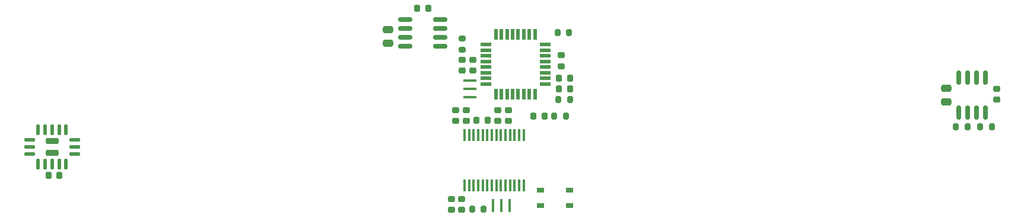
<source format=gtp>
G04 #@! TF.GenerationSoftware,KiCad,Pcbnew,9.0.2*
G04 #@! TF.CreationDate,2025-11-17T19:55:36+09:00*
G04 #@! TF.ProjectId,PitoBoard2026,5069746f-426f-4617-9264-323032362e6b,rev?*
G04 #@! TF.SameCoordinates,Original*
G04 #@! TF.FileFunction,Paste,Top*
G04 #@! TF.FilePolarity,Positive*
%FSLAX46Y46*%
G04 Gerber Fmt 4.6, Leading zero omitted, Abs format (unit mm)*
G04 Created by KiCad (PCBNEW 9.0.2) date 2025-11-17 19:55:36*
%MOMM*%
%LPD*%
G01*
G04 APERTURE LIST*
G04 Aperture macros list*
%AMRoundRect*
0 Rectangle with rounded corners*
0 $1 Rounding radius*
0 $2 $3 $4 $5 $6 $7 $8 $9 X,Y pos of 4 corners*
0 Add a 4 corners polygon primitive as box body*
4,1,4,$2,$3,$4,$5,$6,$7,$8,$9,$2,$3,0*
0 Add four circle primitives for the rounded corners*
1,1,$1+$1,$2,$3*
1,1,$1+$1,$4,$5*
1,1,$1+$1,$6,$7*
1,1,$1+$1,$8,$9*
0 Add four rect primitives between the rounded corners*
20,1,$1+$1,$2,$3,$4,$5,0*
20,1,$1+$1,$4,$5,$6,$7,0*
20,1,$1+$1,$6,$7,$8,$9,0*
20,1,$1+$1,$8,$9,$2,$3,0*%
G04 Aperture macros list end*
%ADD10RoundRect,0.250000X-0.475000X0.250000X-0.475000X-0.250000X0.475000X-0.250000X0.475000X0.250000X0*%
%ADD11R,0.400000X1.900000*%
%ADD12RoundRect,0.225000X0.250000X-0.225000X0.250000X0.225000X-0.250000X0.225000X-0.250000X-0.225000X0*%
%ADD13RoundRect,0.150000X-0.150000X0.825000X-0.150000X-0.825000X0.150000X-0.825000X0.150000X0.825000X0*%
%ADD14RoundRect,0.225000X0.225000X0.250000X-0.225000X0.250000X-0.225000X-0.250000X0.225000X-0.250000X0*%
%ADD15RoundRect,0.200000X-0.200000X-0.275000X0.200000X-0.275000X0.200000X0.275000X-0.200000X0.275000X0*%
%ADD16RoundRect,0.218750X0.218750X0.256250X-0.218750X0.256250X-0.218750X-0.256250X0.218750X-0.256250X0*%
%ADD17R,0.450000X1.750000*%
%ADD18RoundRect,0.200000X0.200000X0.275000X-0.200000X0.275000X-0.200000X-0.275000X0.200000X-0.275000X0*%
%ADD19RoundRect,0.225000X-0.250000X0.225000X-0.250000X-0.225000X0.250000X-0.225000X0.250000X0.225000X0*%
%ADD20RoundRect,0.225000X-0.225000X-0.250000X0.225000X-0.250000X0.225000X0.250000X-0.225000X0.250000X0*%
%ADD21R,1.600000X0.550000*%
%ADD22R,0.550000X1.600000*%
%ADD23R,1.050000X0.650000*%
%ADD24RoundRect,0.125000X-0.625000X-0.125000X0.625000X-0.125000X0.625000X0.125000X-0.625000X0.125000X0*%
%ADD25RoundRect,0.125000X-0.125000X0.625000X-0.125000X-0.625000X0.125000X-0.625000X0.125000X0.625000X0*%
%ADD26RoundRect,0.125000X0.625000X0.125000X-0.625000X0.125000X-0.625000X-0.125000X0.625000X-0.125000X0*%
%ADD27RoundRect,0.125000X0.125000X-0.625000X0.125000X0.625000X-0.125000X0.625000X-0.125000X-0.625000X0*%
%ADD28RoundRect,0.225000X-0.675000X-0.225000X0.675000X-0.225000X0.675000X0.225000X-0.675000X0.225000X0*%
%ADD29RoundRect,0.150000X-0.825000X-0.150000X0.825000X-0.150000X0.825000X0.150000X-0.825000X0.150000X0*%
%ADD30R,1.900000X0.400000*%
%ADD31RoundRect,0.200000X0.275000X-0.200000X0.275000X0.200000X-0.275000X0.200000X-0.275000X-0.200000X0*%
G04 APERTURE END LIST*
D10*
X134400000Y-42450000D03*
X134400000Y-44350000D03*
D11*
X151800000Y-67600000D03*
X150600000Y-67600000D03*
X149400000Y-67600000D03*
D12*
X145050000Y-48275000D03*
X145050000Y-46725000D03*
D13*
X219705000Y-49325000D03*
X218435000Y-49325000D03*
X217165000Y-49325000D03*
X215895000Y-49325000D03*
X215895000Y-54275000D03*
X217165000Y-54275000D03*
X218435000Y-54275000D03*
X219705000Y-54275000D03*
D14*
X160400000Y-50900000D03*
X158850000Y-50900000D03*
D15*
X158775000Y-52400000D03*
X160425000Y-52400000D03*
D12*
X151600000Y-55475000D03*
X151600000Y-53925000D03*
X150100000Y-55475000D03*
X150100000Y-53925000D03*
D16*
X156787500Y-54800000D03*
X155212500Y-54800000D03*
D17*
X145350000Y-64700000D03*
X146000000Y-64700000D03*
X146650000Y-64700000D03*
X147300000Y-64700000D03*
X147950000Y-64700000D03*
X148600000Y-64700000D03*
X149250000Y-64700000D03*
X149900000Y-64700000D03*
X150550000Y-64700000D03*
X151200000Y-64700000D03*
X151850000Y-64700000D03*
X152500000Y-64700000D03*
X153150000Y-64700000D03*
X153800000Y-64700000D03*
X153800000Y-57500000D03*
X153150000Y-57500000D03*
X152500000Y-57500000D03*
X151850000Y-57500000D03*
X151200000Y-57500000D03*
X150550000Y-57500000D03*
X149900000Y-57500000D03*
X149250000Y-57500000D03*
X148600000Y-57500000D03*
X147950000Y-57500000D03*
X147300000Y-57500000D03*
X146650000Y-57500000D03*
X146000000Y-57500000D03*
X145350000Y-57500000D03*
D18*
X148100000Y-68100000D03*
X146450000Y-68100000D03*
D19*
X221300000Y-50925000D03*
X221300000Y-52475000D03*
D15*
X215475000Y-56300000D03*
X217125000Y-56300000D03*
D12*
X159125000Y-47675000D03*
X159125000Y-46125000D03*
D14*
X87575000Y-63300000D03*
X86025000Y-63300000D03*
D19*
X143475000Y-66625000D03*
X143475000Y-68175000D03*
D20*
X138625000Y-39400000D03*
X140175000Y-39400000D03*
D21*
X148375000Y-44600000D03*
X148375000Y-45400000D03*
X148375000Y-46200000D03*
X148375000Y-47000000D03*
X148375000Y-47800000D03*
X148375000Y-48600000D03*
X148375000Y-49400000D03*
X148375000Y-50200000D03*
D22*
X149825000Y-51650000D03*
X150625000Y-51650000D03*
X151425000Y-51650000D03*
X152225000Y-51650000D03*
X153025000Y-51650000D03*
X153825000Y-51650000D03*
X154625000Y-51650000D03*
X155425000Y-51650000D03*
D21*
X156875000Y-50200000D03*
X156875000Y-49400000D03*
X156875000Y-48600000D03*
X156875000Y-47800000D03*
X156875000Y-47000000D03*
X156875000Y-46200000D03*
X156875000Y-45400000D03*
X156875000Y-44600000D03*
D22*
X155425000Y-43150000D03*
X154625000Y-43150000D03*
X153825000Y-43150000D03*
X153025000Y-43150000D03*
X152225000Y-43150000D03*
X151425000Y-43150000D03*
X150625000Y-43150000D03*
X149825000Y-43150000D03*
D23*
X160350000Y-67575000D03*
X156200000Y-67575000D03*
X160350000Y-65425000D03*
X156200000Y-65425000D03*
D10*
X214100000Y-50850000D03*
X214100000Y-52750000D03*
D12*
X144100000Y-55475000D03*
X144100000Y-53925000D03*
X145600000Y-55475000D03*
X145600000Y-53925000D03*
D14*
X160400000Y-49400000D03*
X158850000Y-49400000D03*
D19*
X144975000Y-66625000D03*
X144975000Y-68175000D03*
D24*
X83300000Y-58200000D03*
X83300000Y-59200000D03*
X83300000Y-60200000D03*
D25*
X84500000Y-61650000D03*
X85500000Y-61650000D03*
X86500000Y-61650000D03*
X87500000Y-61650000D03*
X88500000Y-61650000D03*
D26*
X89700000Y-60200000D03*
X89700000Y-59200000D03*
X89700000Y-58200000D03*
D27*
X88500000Y-56750000D03*
X87500000Y-56750000D03*
X86500000Y-56750000D03*
X85500000Y-56750000D03*
X84500000Y-56750000D03*
D28*
X86500000Y-58350000D03*
X86500000Y-60050000D03*
D29*
X136925000Y-40995000D03*
X136925000Y-42265000D03*
X136925000Y-43535000D03*
X136925000Y-44805000D03*
X141875000Y-44805000D03*
X141875000Y-43535000D03*
X141875000Y-42265000D03*
X141875000Y-40995000D03*
D30*
X146125000Y-52100000D03*
X146125000Y-50900000D03*
X146125000Y-49700000D03*
D15*
X158175000Y-54800000D03*
X159825000Y-54800000D03*
X158625000Y-42900000D03*
X160275000Y-42900000D03*
D31*
X145050000Y-45325000D03*
X145050000Y-43675000D03*
D16*
X148662500Y-55400000D03*
X147087500Y-55400000D03*
D18*
X220625000Y-56300000D03*
X218975000Y-56300000D03*
D12*
X146525000Y-48275000D03*
X146525000Y-46725000D03*
M02*

</source>
